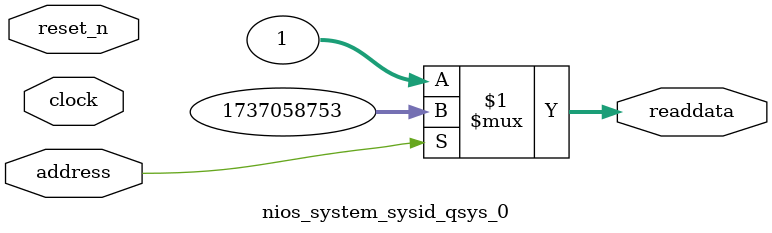
<source format=v>



// synthesis translate_off
`timescale 1ns / 1ps
// synthesis translate_on

// turn off superfluous verilog processor warnings 
// altera message_level Level1 
// altera message_off 10034 10035 10036 10037 10230 10240 10030 

module nios_system_sysid_qsys_0 (
               // inputs:
                address,
                clock,
                reset_n,

               // outputs:
                readdata
             )
;

  output  [ 31: 0] readdata;
  input            address;
  input            clock;
  input            reset_n;

  wire    [ 31: 0] readdata;
  //control_slave, which is an e_avalon_slave
  assign readdata = address ? 1737058753 : 1;

endmodule



</source>
